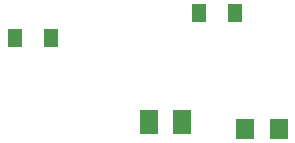
<source format=gbr>
G04 EAGLE Gerber RS-274X export*
G75*
%MOMM*%
%FSLAX34Y34*%
%LPD*%
%INSolderpaste Top*%
%IPPOS*%
%AMOC8*
5,1,8,0,0,1.08239X$1,22.5*%
G01*
%ADD10R,1.600000X1.803000*%
%ADD11R,1.600000X2.000000*%
%ADD12R,1.300000X1.600000*%


D10*
X280680Y108600D03*
X309120Y108600D03*
D11*
X199300Y114300D03*
X227300Y114300D03*
D12*
X85360Y185400D03*
X115840Y185400D03*
X241560Y207000D03*
X272040Y207000D03*
M02*

</source>
